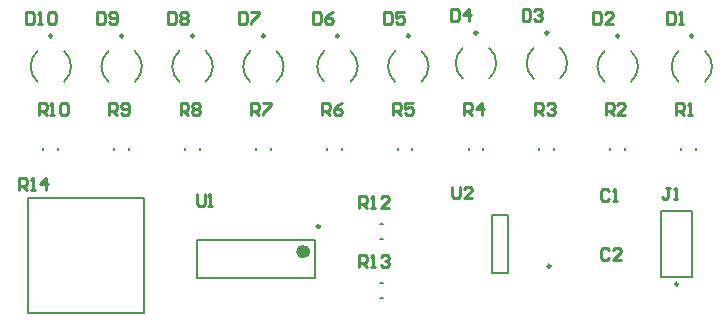
<source format=gto>
G04*
G04 #@! TF.GenerationSoftware,Altium Limited,Altium Designer,24.8.2 (39)*
G04*
G04 Layer_Color=65535*
%FSLAX44Y44*%
%MOMM*%
G71*
G04*
G04 #@! TF.SameCoordinates,0CE2364C-DE86-47B0-8F42-6A72043F3B29*
G04*
G04*
G04 #@! TF.FilePolarity,Positive*
G04*
G01*
G75*
%ADD10C,0.2000*%
%ADD11C,0.2500*%
%ADD12C,0.6000*%
%ADD13C,0.2540*%
D10*
X28800Y263000D02*
G03*
X28800Y237000I11186J-13000D01*
G01*
X51200D02*
G03*
X51200Y263000I-11186J13000D01*
G01*
X508800D02*
G03*
X508800Y237000I11186J-13000D01*
G01*
X531200D02*
G03*
X531200Y263000I-11186J13000D01*
G01*
X148800D02*
G03*
X148800Y237000I11186J-13000D01*
G01*
X171200D02*
G03*
X171200Y263000I-11186J13000D01*
G01*
X448800Y265700D02*
G03*
X448800Y239700I11186J-13000D01*
G01*
X471200D02*
G03*
X471200Y265700I-11186J13000D01*
G01*
X388800D02*
G03*
X388800Y239700I11186J-13000D01*
G01*
X411200D02*
G03*
X411200Y265700I-11186J13000D01*
G01*
X208800Y263000D02*
G03*
X208800Y237000I11186J-13000D01*
G01*
X231200D02*
G03*
X231200Y263000I-11186J13000D01*
G01*
X88800D02*
G03*
X88800Y237000I11186J-13000D01*
G01*
X111200D02*
G03*
X111200Y263000I-11186J13000D01*
G01*
X271500D02*
G03*
X271500Y237000I11186J-13000D01*
G01*
X293900D02*
G03*
X293900Y263000I-11186J13000D01*
G01*
X331500D02*
G03*
X331500Y237000I11186J-13000D01*
G01*
X353900D02*
G03*
X353900Y263000I-11186J13000D01*
G01*
X571500D02*
G03*
X571500Y237000I11186J-13000D01*
G01*
X593900D02*
G03*
X593900Y263000I-11186J13000D01*
G01*
X556800Y72100D02*
X583200D01*
Y127900D01*
X556800D02*
X583200D01*
X556800Y72100D02*
Y127900D01*
X319000Y116250D02*
X321000D01*
X319000Y103750D02*
X321000D01*
X163650Y103250D02*
X263650D01*
X163650Y71250D02*
X263650D01*
Y103250D01*
X163650Y71250D02*
Y103250D01*
X319000Y53750D02*
X321000D01*
X319000Y66250D02*
X321000D01*
X286250Y179000D02*
Y181000D01*
X273750Y179000D02*
Y181000D01*
X226250Y179000D02*
Y181000D01*
X213750Y179000D02*
Y181000D01*
X406250Y179000D02*
Y181000D01*
X393750Y179000D02*
Y181000D01*
X346250Y179000D02*
Y181000D01*
X333750Y179000D02*
Y181000D01*
X526250Y179000D02*
Y181000D01*
X513750Y179000D02*
Y181000D01*
X466250Y179000D02*
Y181000D01*
X453750Y179000D02*
Y181000D01*
X586250Y179000D02*
Y181000D01*
X573750Y179000D02*
Y181000D01*
X166250Y179000D02*
Y181000D01*
X153750Y179000D02*
Y181000D01*
X46250Y179000D02*
Y181000D01*
X33750Y179000D02*
Y181000D01*
X426790Y75475D02*
Y124525D01*
X413210D02*
X426790D01*
X413210Y75475D02*
Y124525D01*
Y75475D02*
X426790D01*
X106250Y179000D02*
Y181000D01*
X93750Y179000D02*
Y181000D01*
X21100Y41100D02*
Y138900D01*
Y41100D02*
X118900D01*
Y138900D01*
X21100D02*
X118900D01*
D11*
X41250Y275750D02*
G03*
X41250Y275750I-1250J0D01*
G01*
X571250Y65750D02*
G03*
X571250Y65750I-1250J0D01*
G01*
X521250Y275750D02*
G03*
X521250Y275750I-1250J0D01*
G01*
X161250D02*
G03*
X161250Y275750I-1250J0D01*
G01*
X461250Y278450D02*
G03*
X461250Y278450I-1250J0D01*
G01*
X401250D02*
G03*
X401250Y278450I-1250J0D01*
G01*
X221250Y275750D02*
G03*
X221250Y275750I-1250J0D01*
G01*
X101250D02*
G03*
X101250Y275750I-1250J0D01*
G01*
X283950D02*
G03*
X283950Y275750I-1250J0D01*
G01*
X343950D02*
G03*
X343950Y275750I-1250J0D01*
G01*
X267850Y114500D02*
G03*
X267850Y114500I-1250J0D01*
G01*
X463232Y80950D02*
G03*
X463232Y80950I-1250J0D01*
G01*
X583950Y275750D02*
G03*
X583950Y275750I-1250J0D01*
G01*
D12*
X256650Y93250D02*
G03*
X256650Y93250I-3000J0D01*
G01*
D13*
X19306Y295797D02*
Y285800D01*
X24304D01*
X25970Y287466D01*
Y294131D01*
X24304Y295797D01*
X19306D01*
X29303Y285800D02*
X32635D01*
X30969D01*
Y295797D01*
X29303Y294131D01*
X37633D02*
X39300Y295797D01*
X42632D01*
X44298Y294131D01*
Y287466D01*
X42632Y285800D01*
X39300D01*
X37633Y287466D01*
Y294131D01*
X563942Y147461D02*
X560610D01*
X562276D01*
Y139130D01*
X560610Y137464D01*
X558944D01*
X557278Y139130D01*
X567275Y137464D02*
X570607D01*
X568941D01*
Y147461D01*
X567275Y145795D01*
X499366Y295797D02*
Y285800D01*
X504364D01*
X506031Y287466D01*
Y294131D01*
X504364Y295797D01*
X499366D01*
X516027Y285800D02*
X509363D01*
X516027Y292465D01*
Y294131D01*
X514361Y295797D01*
X511029D01*
X509363Y294131D01*
X139194Y295797D02*
Y285800D01*
X144192D01*
X145858Y287466D01*
Y294131D01*
X144192Y295797D01*
X139194D01*
X149191Y294131D02*
X150857Y295797D01*
X154189D01*
X155855Y294131D01*
Y292465D01*
X154189Y290798D01*
X155855Y289132D01*
Y287466D01*
X154189Y285800D01*
X150857D01*
X149191Y287466D01*
Y289132D01*
X150857Y290798D01*
X149191Y292465D01*
Y294131D01*
X150857Y290798D02*
X154189D01*
X439422Y298591D02*
Y288594D01*
X444420D01*
X446087Y290260D01*
Y296925D01*
X444420Y298591D01*
X439422D01*
X449419Y296925D02*
X451085Y298591D01*
X454417D01*
X456083Y296925D01*
Y295259D01*
X454417Y293592D01*
X452751D01*
X454417D01*
X456083Y291926D01*
Y290260D01*
X454417Y288594D01*
X451085D01*
X449419Y290260D01*
X379224Y298591D02*
Y288594D01*
X384222D01*
X385888Y290260D01*
Y296925D01*
X384222Y298591D01*
X379224D01*
X394219Y288594D02*
Y298591D01*
X389221Y293592D01*
X395885D01*
X199392Y295797D02*
Y285800D01*
X204390D01*
X206056Y287466D01*
Y294131D01*
X204390Y295797D01*
X199392D01*
X209389D02*
X216053D01*
Y294131D01*
X209389Y287466D01*
Y285800D01*
X79250Y295797D02*
Y285800D01*
X84248D01*
X85914Y287466D01*
Y294131D01*
X84248Y295797D01*
X79250D01*
X89247Y287466D02*
X90913Y285800D01*
X94245D01*
X95911Y287466D01*
Y294131D01*
X94245Y295797D01*
X90913D01*
X89247Y294131D01*
Y292465D01*
X90913Y290798D01*
X95911D01*
X262130Y295797D02*
Y285800D01*
X267128D01*
X268794Y287466D01*
Y294131D01*
X267128Y295797D01*
X262130D01*
X278791D02*
X275459Y294131D01*
X272127Y290798D01*
Y287466D01*
X273793Y285800D01*
X277125D01*
X278791Y287466D01*
Y289132D01*
X277125Y290798D01*
X272127D01*
X322074Y295797D02*
Y285800D01*
X327072D01*
X328739Y287466D01*
Y294131D01*
X327072Y295797D01*
X322074D01*
X338735D02*
X332071D01*
Y290798D01*
X335403Y292465D01*
X337069D01*
X338735Y290798D01*
Y287466D01*
X337069Y285800D01*
X333737D01*
X332071Y287466D01*
X301246Y130352D02*
Y140349D01*
X306244D01*
X307910Y138683D01*
Y135350D01*
X306244Y133684D01*
X301246D01*
X304578D02*
X307910Y130352D01*
X311243D02*
X314575D01*
X312909D01*
Y140349D01*
X311243Y138683D01*
X326238Y130352D02*
X319573D01*
X326238Y137016D01*
Y138683D01*
X324572Y140349D01*
X321240D01*
X319573Y138683D01*
X163512Y142127D02*
Y133796D01*
X165178Y132130D01*
X168510D01*
X170177Y133796D01*
Y142127D01*
X173509Y132130D02*
X176841D01*
X175175D01*
Y142127D01*
X173509Y140461D01*
X301246Y80314D02*
Y90311D01*
X306244D01*
X307910Y88645D01*
Y85312D01*
X306244Y83646D01*
X301246D01*
X304578D02*
X307910Y80314D01*
X311243D02*
X314575D01*
X312909D01*
Y90311D01*
X311243Y88645D01*
X319573D02*
X321240Y90311D01*
X324572D01*
X326238Y88645D01*
Y86979D01*
X324572Y85312D01*
X322906D01*
X324572D01*
X326238Y83646D01*
Y81980D01*
X324572Y80314D01*
X321240D01*
X319573Y81980D01*
X269750Y208838D02*
Y218835D01*
X274748D01*
X276415Y217169D01*
Y213836D01*
X274748Y212170D01*
X269750D01*
X273082D02*
X276415Y208838D01*
X286411Y218835D02*
X283079Y217169D01*
X279747Y213836D01*
Y210504D01*
X281413Y208838D01*
X284745D01*
X286411Y210504D01*
Y212170D01*
X284745Y213836D01*
X279747D01*
X209806Y208838D02*
Y218835D01*
X214804D01*
X216471Y217169D01*
Y213836D01*
X214804Y212170D01*
X209806D01*
X213138D02*
X216471Y208838D01*
X219803Y218835D02*
X226467D01*
Y217169D01*
X219803Y210504D01*
Y208838D01*
X389892D02*
Y218835D01*
X394890D01*
X396557Y217169D01*
Y213836D01*
X394890Y212170D01*
X389892D01*
X393224D02*
X396557Y208838D01*
X404887D02*
Y218835D01*
X399889Y213836D01*
X406553D01*
X329694Y208838D02*
Y218835D01*
X334692D01*
X336358Y217169D01*
Y213836D01*
X334692Y212170D01*
X329694D01*
X333026D02*
X336358Y208838D01*
X346355Y218835D02*
X339691D01*
Y213836D01*
X343023Y215502D01*
X344689D01*
X346355Y213836D01*
Y210504D01*
X344689Y208838D01*
X341357D01*
X339691Y210504D01*
X509780Y208838D02*
Y218835D01*
X514778D01*
X516445Y217169D01*
Y213836D01*
X514778Y212170D01*
X509780D01*
X513112D02*
X516445Y208838D01*
X526441D02*
X519777D01*
X526441Y215502D01*
Y217169D01*
X524775Y218835D01*
X521443D01*
X519777Y217169D01*
X449836Y208838D02*
Y218835D01*
X454834D01*
X456501Y217169D01*
Y213836D01*
X454834Y212170D01*
X449836D01*
X453168D02*
X456501Y208838D01*
X459833Y217169D02*
X461499Y218835D01*
X464831D01*
X466497Y217169D01*
Y215502D01*
X464831Y213836D01*
X463165D01*
X464831D01*
X466497Y212170D01*
Y210504D01*
X464831Y208838D01*
X461499D01*
X459833Y210504D01*
X569724Y208838D02*
Y218835D01*
X574722D01*
X576389Y217169D01*
Y213836D01*
X574722Y212170D01*
X569724D01*
X573056D02*
X576389Y208838D01*
X579721D02*
X583053D01*
X581387D01*
Y218835D01*
X579721Y217169D01*
X512888Y144271D02*
X511222Y145937D01*
X507890D01*
X506224Y144271D01*
Y137606D01*
X507890Y135940D01*
X511222D01*
X512888Y137606D01*
X516221Y135940D02*
X519553D01*
X517887D01*
Y145937D01*
X516221Y144271D01*
X149862Y208838D02*
Y218835D01*
X154860D01*
X156526Y217169D01*
Y213836D01*
X154860Y212170D01*
X149862D01*
X153194D02*
X156526Y208838D01*
X159859Y217169D02*
X161525Y218835D01*
X164857D01*
X166523Y217169D01*
Y215502D01*
X164857Y213836D01*
X166523Y212170D01*
Y210504D01*
X164857Y208838D01*
X161525D01*
X159859Y210504D01*
Y212170D01*
X161525Y213836D01*
X159859Y215502D01*
Y217169D01*
X161525Y213836D02*
X164857D01*
X29720Y208838D02*
Y218835D01*
X34718D01*
X36384Y217169D01*
Y213836D01*
X34718Y212170D01*
X29720D01*
X33052D02*
X36384Y208838D01*
X39717D02*
X43049D01*
X41383D01*
Y218835D01*
X39717Y217169D01*
X48047D02*
X49714Y218835D01*
X53046D01*
X54712Y217169D01*
Y210504D01*
X53046Y208838D01*
X49714D01*
X48047Y210504D01*
Y217169D01*
X512888Y94233D02*
X511222Y95899D01*
X507890D01*
X506224Y94233D01*
Y87568D01*
X507890Y85902D01*
X511222D01*
X512888Y87568D01*
X522885Y85902D02*
X516221D01*
X522885Y92566D01*
Y94233D01*
X521219Y95899D01*
X517887D01*
X516221Y94233D01*
X379986Y148223D02*
Y139892D01*
X381652Y138226D01*
X384984D01*
X386651Y139892D01*
Y148223D01*
X396647Y138226D02*
X389983D01*
X396647Y144890D01*
Y146557D01*
X394981Y148223D01*
X391649D01*
X389983Y146557D01*
X89664Y208838D02*
Y218835D01*
X94662D01*
X96328Y217169D01*
Y213836D01*
X94662Y212170D01*
X89664D01*
X92996D02*
X96328Y208838D01*
X99661Y210504D02*
X101327Y208838D01*
X104659D01*
X106325Y210504D01*
Y217169D01*
X104659Y218835D01*
X101327D01*
X99661Y217169D01*
Y215502D01*
X101327Y213836D01*
X106325D01*
X12904Y145152D02*
Y155148D01*
X17902D01*
X19569Y153482D01*
Y150150D01*
X17902Y148484D01*
X12904D01*
X16236D02*
X19569Y145152D01*
X22901D02*
X26233D01*
X24567D01*
Y155148D01*
X22901Y153482D01*
X36230Y145152D02*
Y155148D01*
X31232Y150150D01*
X37896D01*
X562104Y295797D02*
Y285800D01*
X567102D01*
X568769Y287466D01*
Y294131D01*
X567102Y295797D01*
X562104D01*
X572101Y285800D02*
X575433D01*
X573767D01*
Y295797D01*
X572101Y294131D01*
M02*

</source>
